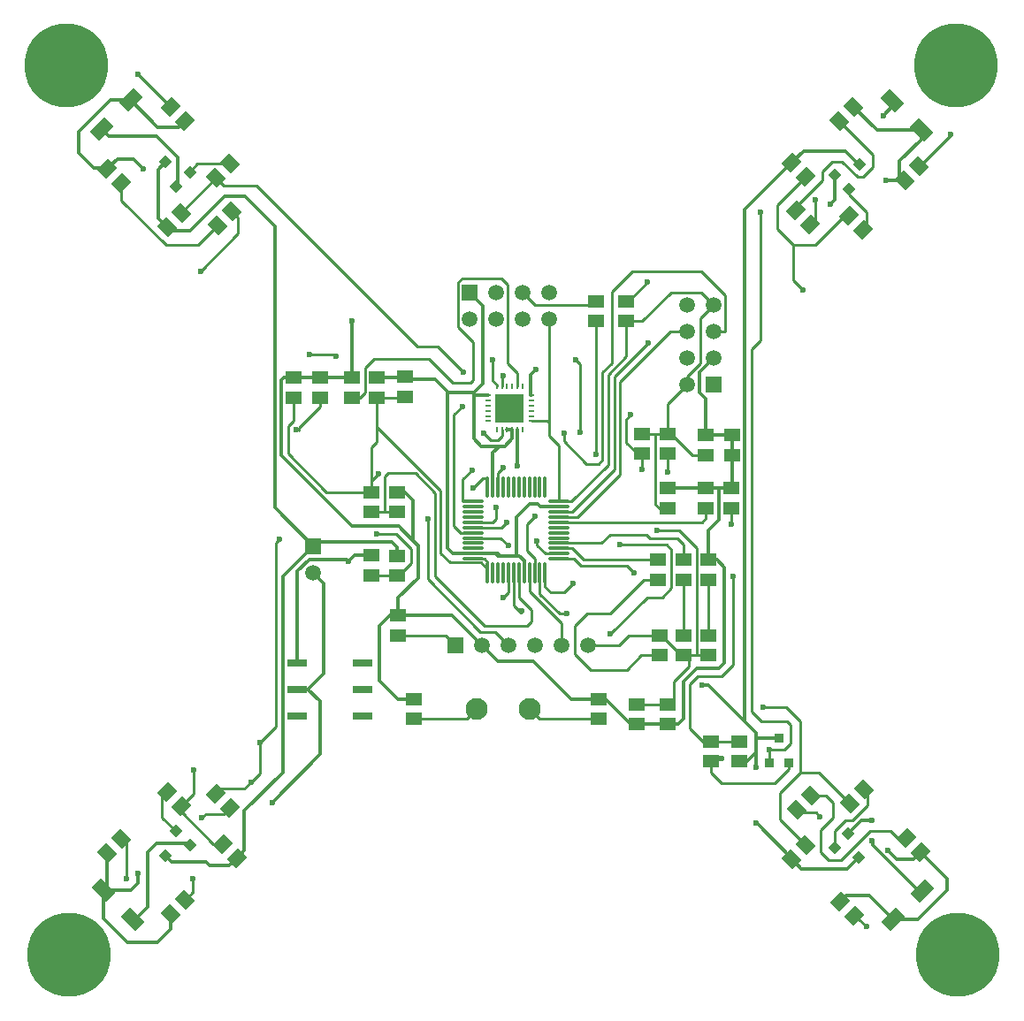
<source format=gtl>
%FSLAX25Y25*%
%MOIN*%
G70*
G01*
G75*
G04 Layer_Physical_Order=1*
G04 Layer_Color=255*
G04:AMPARAMS|DCode=10|XSize=78.74mil|YSize=47.24mil|CornerRadius=0mil|HoleSize=0mil|Usage=FLASHONLY|Rotation=45.000|XOffset=0mil|YOffset=0mil|HoleType=Round|Shape=Rectangle|*
%AMROTATEDRECTD10*
4,1,4,-0.01114,-0.04454,-0.04454,-0.01114,0.01114,0.04454,0.04454,0.01114,-0.01114,-0.04454,0.0*
%
%ADD10ROTATEDRECTD10*%

G04:AMPARAMS|DCode=11|XSize=78.74mil|YSize=47.24mil|CornerRadius=0mil|HoleSize=0mil|Usage=FLASHONLY|Rotation=315.000|XOffset=0mil|YOffset=0mil|HoleType=Round|Shape=Rectangle|*
%AMROTATEDRECTD11*
4,1,4,-0.04454,0.01114,-0.01114,0.04454,0.04454,-0.01114,0.01114,-0.04454,-0.04454,0.01114,0.0*
%
%ADD11ROTATEDRECTD11*%

%ADD12O,0.01181X0.08268*%
%ADD13O,0.08268X0.01181*%
G04:AMPARAMS|DCode=14|XSize=59.06mil|YSize=51.18mil|CornerRadius=0mil|HoleSize=0mil|Usage=FLASHONLY|Rotation=45.000|XOffset=0mil|YOffset=0mil|HoleType=Round|Shape=Rectangle|*
%AMROTATEDRECTD14*
4,1,4,-0.00278,-0.03897,-0.03897,-0.00278,0.00278,0.03897,0.03897,0.00278,-0.00278,-0.03897,0.0*
%
%ADD14ROTATEDRECTD14*%

G04:AMPARAMS|DCode=15|XSize=35.43mil|YSize=37.4mil|CornerRadius=0mil|HoleSize=0mil|Usage=FLASHONLY|Rotation=45.000|XOffset=0mil|YOffset=0mil|HoleType=Round|Shape=Rectangle|*
%AMROTATEDRECTD15*
4,1,4,0.00070,-0.02575,-0.02575,0.00070,-0.00070,0.02575,0.02575,-0.00070,0.00070,-0.02575,0.0*
%
%ADD15ROTATEDRECTD15*%

G04:AMPARAMS|DCode=16|XSize=35.43mil|YSize=37.4mil|CornerRadius=0mil|HoleSize=0mil|Usage=FLASHONLY|Rotation=45.000|XOffset=0mil|YOffset=0mil|HoleType=Round|Shape=Rectangle|*
%AMROTATEDRECTD16*
4,1,4,0.00070,-0.02575,-0.02575,0.00070,-0.00070,0.02575,0.02575,-0.00070,0.00070,-0.02575,0.0*
%
%ADD16ROTATEDRECTD16*%

G04:AMPARAMS|DCode=17|XSize=59.06mil|YSize=51.18mil|CornerRadius=0mil|HoleSize=0mil|Usage=FLASHONLY|Rotation=135.000|XOffset=0mil|YOffset=0mil|HoleType=Round|Shape=Rectangle|*
%AMROTATEDRECTD17*
4,1,4,0.03897,-0.00278,0.00278,-0.03897,-0.03897,0.00278,-0.00278,0.03897,0.03897,-0.00278,0.0*
%
%ADD17ROTATEDRECTD17*%

G04:AMPARAMS|DCode=18|XSize=35.43mil|YSize=37.4mil|CornerRadius=0mil|HoleSize=0mil|Usage=FLASHONLY|Rotation=135.000|XOffset=0mil|YOffset=0mil|HoleType=Round|Shape=Rectangle|*
%AMROTATEDRECTD18*
4,1,4,0.02575,0.00070,-0.00070,-0.02575,-0.02575,-0.00070,0.00070,0.02575,0.02575,0.00070,0.0*
%
%ADD18ROTATEDRECTD18*%

G04:AMPARAMS|DCode=19|XSize=35.43mil|YSize=37.4mil|CornerRadius=0mil|HoleSize=0mil|Usage=FLASHONLY|Rotation=135.000|XOffset=0mil|YOffset=0mil|HoleType=Round|Shape=Rectangle|*
%AMROTATEDRECTD19*
4,1,4,0.02575,0.00070,-0.00070,-0.02575,-0.02575,-0.00070,0.00070,0.02575,0.02575,0.00070,0.0*
%
%ADD19ROTATEDRECTD19*%

%ADD20R,0.07480X0.02756*%
%ADD21O,0.02362X0.00984*%
%ADD22O,0.00984X0.02362*%
%ADD23R,0.11024X0.10630*%
%ADD24R,0.05906X0.05118*%
%ADD25R,0.03543X0.03740*%
%ADD26R,0.03543X0.03740*%
%ADD27C,0.01063*%
%ADD28C,0.01378*%
%ADD29C,0.01181*%
%ADD30C,0.08268*%
%ADD31C,0.05906*%
%ADD32R,0.05906X0.05906*%
%ADD33R,0.05906X0.05906*%
%ADD34C,0.31496*%
%ADD35C,0.02362*%
D10*
X222753Y950640D02*
D03*
X233713Y961601D02*
D03*
X532065Y663542D02*
D03*
X521105Y652581D02*
D03*
D11*
X520640Y961247D02*
D03*
X531601Y950287D02*
D03*
X234360Y652753D02*
D03*
X223399Y663713D02*
D03*
D12*
X368173Y783358D02*
D03*
X370142D02*
D03*
X372110Y783358D02*
D03*
X374079D02*
D03*
X376047D02*
D03*
X378016D02*
D03*
X379984D02*
D03*
X381953D02*
D03*
X383921D02*
D03*
X385890D02*
D03*
X387858Y783358D02*
D03*
X389827D02*
D03*
Y815642D02*
D03*
X387858D02*
D03*
X385890Y815642D02*
D03*
X383921D02*
D03*
X381953D02*
D03*
X379984D02*
D03*
X378016D02*
D03*
X376047D02*
D03*
X374079D02*
D03*
X372110D02*
D03*
X370142Y815642D02*
D03*
X368173D02*
D03*
D13*
X395142Y788673D02*
D03*
Y790642D02*
D03*
X395142Y792610D02*
D03*
Y794579D02*
D03*
Y796547D02*
D03*
Y798516D02*
D03*
Y800484D02*
D03*
Y802453D02*
D03*
Y804421D02*
D03*
Y806390D02*
D03*
X395142Y808358D02*
D03*
Y810327D02*
D03*
X362858D02*
D03*
Y808358D02*
D03*
X362858Y806390D02*
D03*
Y804421D02*
D03*
Y802453D02*
D03*
Y800484D02*
D03*
Y798516D02*
D03*
Y796547D02*
D03*
Y794579D02*
D03*
Y792610D02*
D03*
X362858Y790642D02*
D03*
Y788673D02*
D03*
D14*
X230145Y930355D02*
D03*
X224855Y935645D02*
D03*
X248855Y959145D02*
D03*
X254145Y953855D02*
D03*
X252645Y695355D02*
D03*
X247355Y700645D02*
D03*
X268355Y681145D02*
D03*
X273645Y675855D02*
D03*
X265855Y700145D02*
D03*
X271145Y694855D02*
D03*
X489645Y914855D02*
D03*
X484355Y920145D02*
D03*
X488145Y932855D02*
D03*
X482855Y938145D02*
D03*
X504355Y918145D02*
D03*
X509645Y912855D02*
D03*
X506463Y654037D02*
D03*
X501173Y659327D02*
D03*
X526173Y683327D02*
D03*
X531463Y678037D02*
D03*
D15*
X250626Y929084D02*
D03*
X246729Y938271D02*
D03*
X504192Y685098D02*
D03*
X508089Y675911D02*
D03*
D16*
X255916Y934374D02*
D03*
X498902Y679808D02*
D03*
D17*
X252645Y919145D02*
D03*
X247355Y913855D02*
D03*
X265855Y932355D02*
D03*
X271145Y937645D02*
D03*
X230145Y683145D02*
D03*
X224855Y677855D02*
D03*
X254145Y660145D02*
D03*
X248855Y654855D02*
D03*
X271645Y919645D02*
D03*
X266355Y914355D02*
D03*
X530645Y936645D02*
D03*
X525355Y931355D02*
D03*
X500855Y953855D02*
D03*
X506145Y959145D02*
D03*
X487963Y680827D02*
D03*
X482673Y675537D02*
D03*
X504673Y696537D02*
D03*
X509963Y701827D02*
D03*
X484673Y694037D02*
D03*
X489963Y699327D02*
D03*
D18*
X255916Y680626D02*
D03*
X246729Y676729D02*
D03*
X499084Y933374D02*
D03*
X508271Y937271D02*
D03*
D19*
X250626Y685916D02*
D03*
X504374Y928084D02*
D03*
D20*
X296500Y749500D02*
D03*
Y739500D02*
D03*
Y729500D02*
D03*
X321000Y749500D02*
D03*
Y739500D02*
D03*
Y729500D02*
D03*
D21*
X368429Y850421D02*
D03*
Y848453D02*
D03*
Y846484D02*
D03*
Y844516D02*
D03*
Y842547D02*
D03*
Y840579D02*
D03*
X384571D02*
D03*
Y842547D02*
D03*
Y844516D02*
D03*
Y846484D02*
D03*
Y848453D02*
D03*
Y850421D02*
D03*
D22*
X371579Y837429D02*
D03*
X373547D02*
D03*
X375516D02*
D03*
X377484D02*
D03*
X379453D02*
D03*
X381421D02*
D03*
Y853571D02*
D03*
X379453D02*
D03*
X377484D02*
D03*
X375516D02*
D03*
X373547D02*
D03*
X371579D02*
D03*
D23*
X376500Y845500D02*
D03*
D24*
X295000Y857000D02*
D03*
Y849520D02*
D03*
X305000Y857000D02*
D03*
Y849520D02*
D03*
X326500Y857000D02*
D03*
Y849520D02*
D03*
X317000D02*
D03*
Y857000D02*
D03*
X340500Y735740D02*
D03*
Y728260D02*
D03*
X410000D02*
D03*
Y735740D02*
D03*
X334000Y789740D02*
D03*
Y782260D02*
D03*
X324500Y789980D02*
D03*
Y782500D02*
D03*
X450500Y807760D02*
D03*
Y815240D02*
D03*
X460000Y807760D02*
D03*
Y815240D02*
D03*
X426500Y828260D02*
D03*
Y835740D02*
D03*
X436000Y828260D02*
D03*
Y835740D02*
D03*
X324500Y813740D02*
D03*
Y806260D02*
D03*
X334000Y813740D02*
D03*
Y806260D02*
D03*
X452500Y719740D02*
D03*
Y712260D02*
D03*
X463000Y719740D02*
D03*
Y712260D02*
D03*
X450500Y827760D02*
D03*
Y835240D02*
D03*
X436000Y807760D02*
D03*
Y815240D02*
D03*
X334500Y759760D02*
D03*
Y767240D02*
D03*
X337000Y849760D02*
D03*
Y857240D02*
D03*
X420500Y878260D02*
D03*
Y885740D02*
D03*
X409000D02*
D03*
Y878260D02*
D03*
X424500Y726260D02*
D03*
Y733740D02*
D03*
X436000Y726260D02*
D03*
Y733740D02*
D03*
X433000Y759740D02*
D03*
Y752260D02*
D03*
X442000D02*
D03*
Y759740D02*
D03*
X451500Y752260D02*
D03*
Y759740D02*
D03*
X432500Y788240D02*
D03*
Y780760D02*
D03*
X442000Y788240D02*
D03*
Y780760D02*
D03*
X451500Y788240D02*
D03*
Y780760D02*
D03*
X460500Y827760D02*
D03*
Y835240D02*
D03*
D25*
X474260Y711874D02*
D03*
X478000Y721126D02*
D03*
D26*
X481740Y711874D02*
D03*
D27*
X420500Y841200D02*
X422200Y842900D01*
X420500Y832500D02*
Y841200D01*
Y832500D02*
X424740Y828260D01*
X491900Y693000D02*
X493418Y691482D01*
X485710Y693000D02*
X491900D01*
X484673Y694037D02*
X485710Y693000D01*
X450500Y804000D02*
Y807760D01*
X448953Y802453D02*
X450500Y804000D01*
X395142Y802453D02*
X448953D01*
X371000Y761000D02*
X376000Y756000D01*
X365500Y761000D02*
X371000D01*
X345600Y780900D02*
X365500Y761000D01*
X383100Y763500D02*
X384700Y765100D01*
X366900Y763500D02*
X383100D01*
X348500Y781900D02*
X366900Y763500D01*
X348500Y781900D02*
Y813500D01*
X341000Y821000D02*
X348500Y813500D01*
X330836Y821000D02*
X341000D01*
X329500Y819664D02*
X330836Y821000D01*
X329500Y806260D02*
Y819664D01*
X411500Y826000D02*
Y859000D01*
X410000Y824500D02*
X411500Y826000D01*
X405500Y824500D02*
X410000D01*
X397100Y832900D02*
X405500Y824500D01*
X477500Y922211D02*
X488145Y932855D01*
X477500Y913000D02*
Y922211D01*
Y913000D02*
X483500Y907000D01*
X448500Y862500D02*
Y879500D01*
X443500Y857500D02*
X448500Y862500D01*
X443500Y854500D02*
Y857500D01*
X424740Y828260D02*
X426500D01*
X480900Y727500D02*
X482500Y725900D01*
X471300Y727500D02*
X480900D01*
X467681Y731119D02*
X471300Y727500D01*
X460800Y748800D02*
Y781900D01*
X456500Y744500D02*
X460800Y748800D01*
X447500Y744500D02*
X456500D01*
X293000Y828281D02*
Y838719D01*
X305000Y846000D02*
Y849520D01*
X297000Y838000D02*
X305000Y846000D01*
X297000Y837000D02*
Y838000D01*
X293000Y838719D02*
X295000Y840719D01*
X293000Y828281D02*
X307541Y813740D01*
X326500Y838400D02*
X350500Y814400D01*
Y790800D02*
Y814400D01*
Y790800D02*
X354000Y787300D01*
X381000Y768500D02*
Y769000D01*
X380800Y768300D02*
X381000Y768500D01*
X498518Y691018D02*
Y696627D01*
X493818Y686318D02*
X498518Y691018D01*
X493818Y678182D02*
Y686318D01*
X486182Y708182D02*
X493029D01*
X478499Y700499D02*
X486182Y708182D01*
X478499Y690290D02*
Y700499D01*
X444500Y741500D02*
X447500Y744500D01*
X444500Y724600D02*
Y741500D01*
Y724600D02*
X449360Y719740D01*
X439600Y796500D02*
X442000Y794100D01*
X429329Y796500D02*
X439600D01*
X428110Y797719D02*
X429329Y796500D01*
X438500Y742500D02*
X444000Y748000D01*
X438500Y736240D02*
Y742500D01*
X436000Y733740D02*
X438500Y736240D01*
X442000Y752260D02*
X444000Y750260D01*
Y748000D02*
Y750260D01*
X420600Y786000D02*
X423300Y783300D01*
X403500Y786000D02*
X420600D01*
X400827Y788673D02*
X403500Y786000D01*
X395142Y788673D02*
X400827D01*
X404260Y788240D02*
X432500D01*
X399890Y792610D02*
X404260Y788240D01*
X395142Y792610D02*
X399890D01*
X397100Y832900D02*
Y836200D01*
X413700Y824200D02*
Y858200D01*
X399827Y810327D02*
X413700Y824200D01*
X395200Y810327D02*
X399827D01*
X399890Y806390D02*
X416000Y822500D01*
X395142Y806390D02*
X399890D01*
X416000Y822500D02*
Y857350D01*
X428850Y870200D01*
X418000Y855500D02*
X437000Y874500D01*
X418000Y820500D02*
Y855500D01*
X401921Y804421D02*
X418000Y820500D01*
X437000Y874500D02*
X443500D01*
X415000Y862500D02*
Y889500D01*
X411500Y859000D02*
X415000Y862500D01*
X395142Y804421D02*
X401921D01*
X373547Y835047D02*
Y837429D01*
X372000Y833500D02*
X373547Y835047D01*
X369500Y833500D02*
X372000D01*
X366800Y836200D02*
X369500Y833500D01*
X368173Y815642D02*
Y819000D01*
X366300D02*
X368173D01*
X362700Y815400D02*
X366300Y819000D01*
X491600Y907000D02*
X502000Y917400D01*
X483500Y907000D02*
X491600D01*
X483500Y893700D02*
Y907000D01*
Y893700D02*
X487000Y890200D01*
X467681Y867700D02*
X470900Y870919D01*
Y919500D01*
X279000Y704500D02*
X282300Y707800D01*
Y719300D01*
X288500Y725500D02*
Y794800D01*
X282300Y719300D02*
X288500Y725500D01*
X486000Y708000D02*
Y727500D01*
X345600Y780900D02*
Y803600D01*
X389827Y778173D02*
Y783358D01*
Y778173D02*
X392000Y776000D01*
X396900D01*
X395210Y768000D02*
X397900D01*
X387858Y775352D02*
Y783358D01*
Y775352D02*
X395210Y768000D01*
X396900Y776000D02*
X400400Y779500D01*
X383921Y776358D02*
X396000Y764279D01*
X383921Y776358D02*
Y783358D01*
X384700Y765100D02*
Y769300D01*
X379984Y774016D02*
X384700Y769300D01*
X379984Y774016D02*
Y783358D01*
X288500Y794800D02*
X289704Y796004D01*
X333790Y798100D02*
X339500Y792390D01*
Y787100D02*
Y792390D01*
X334660Y782260D02*
X339500Y787100D01*
X407560Y884300D02*
X409000Y885740D01*
X386200Y884300D02*
X407560D01*
X504374Y926000D02*
X511000Y919374D01*
Y914211D02*
Y919374D01*
X509645Y912855D02*
X511000Y914211D01*
X500855Y953855D02*
X513500Y941211D01*
Y936300D02*
Y941211D01*
X509800Y932600D02*
X513500Y936300D01*
X501711Y938500D02*
X507611Y932600D01*
X498000Y938500D02*
X501711D01*
X494250Y934750D02*
X498000Y938500D01*
X494250Y931250D02*
Y934750D01*
X484355Y921355D02*
X494250Y931250D01*
X484355Y920145D02*
Y921355D01*
X491645Y916855D02*
Y924101D01*
X489645Y914855D02*
X491645Y916855D01*
X276500Y702000D02*
X279000Y704500D01*
X267710Y702000D02*
X276500D01*
X265855Y700145D02*
X267710Y702000D01*
X268790Y692500D02*
X271145Y694855D01*
X261900Y692500D02*
X268790D01*
X260500Y691100D02*
X261900Y692500D01*
X264855Y681145D02*
X268355D01*
X252645Y693355D02*
X264855Y681145D01*
X252645Y693355D02*
Y695355D01*
X245500Y691042D02*
X250626Y685916D01*
X245500Y691042D02*
Y698789D01*
X247355Y700645D01*
X247000Y907000D02*
X259000D01*
X230145Y923855D02*
X247000Y907000D01*
X230145Y923855D02*
Y930355D01*
X259000Y907000D02*
X266355Y914355D01*
X271645Y919645D02*
X274000Y917290D01*
Y911247D02*
Y917290D01*
X259887Y897134D02*
X274000Y911247D01*
X280978Y929478D02*
X341655Y868800D01*
X268711Y929500D02*
X280955D01*
X265855Y932355D02*
X268711Y929500D01*
X252645Y919145D02*
X265855Y932355D01*
X322000Y860700D02*
X325300Y864000D01*
X322000Y851520D02*
Y860700D01*
X320000Y849520D02*
X322000Y851520D01*
X370000Y855879D02*
Y863600D01*
Y855879D02*
X371579Y854300D01*
X445240Y827760D02*
X450500D01*
X437260Y835740D02*
X445240Y827760D01*
X436000Y835740D02*
X437260D01*
X431500Y809200D02*
Y835740D01*
Y809200D02*
X432940Y807760D01*
X418000Y793900D02*
X435600D01*
X437500Y792000D01*
Y777700D02*
Y792000D01*
X434000Y774200D02*
X437500Y777700D01*
X401000Y763281D02*
X405719Y768000D01*
X401000Y752700D02*
Y763281D01*
Y752700D02*
X406900Y746800D01*
X482500Y719000D02*
Y725900D01*
X480100Y716600D02*
X482500Y719000D01*
X474260Y716600D02*
X480100D01*
X480800Y732700D02*
X486000Y727500D01*
X472100Y732700D02*
X480800D01*
X511318Y695682D02*
Y700471D01*
X505818Y690182D02*
X511318Y695682D01*
X502902Y690182D02*
X505818D01*
X508182Y652682D02*
X510918Y649946D01*
X506463Y652682D02*
X508182D01*
X506463D02*
Y654037D01*
X498902Y686182D02*
X502902Y690182D01*
X509963Y701827D02*
X511318Y700471D01*
X512318Y686182D02*
X519882D01*
X501318Y675182D02*
X512318Y686182D01*
X496818Y675182D02*
X501318D01*
X493818Y678182D02*
X496818Y675182D01*
X478499Y690290D02*
X487963Y680827D01*
X476366Y704000D02*
X481740Y709374D01*
X456500Y704000D02*
X476366D01*
X452500Y708000D02*
X456500Y704000D01*
X355500Y842900D02*
X358800Y846200D01*
X355500Y801016D02*
Y842900D01*
Y801016D02*
X358000Y798516D01*
X413700Y858200D02*
X420500Y865000D01*
Y878260D01*
X415000Y889500D02*
X422619Y897119D01*
X448681D01*
X421240Y885740D02*
X428500Y893000D01*
X420500Y885740D02*
X421240D01*
X426500Y835740D02*
X436000D01*
X391500Y839700D02*
Y879000D01*
Y834981D02*
Y839700D01*
X395200Y810327D02*
Y831281D01*
X391500Y834981D02*
X395200Y831281D01*
X390621Y840579D02*
X391500Y839700D01*
X326500Y832600D02*
Y838400D01*
X368173Y784800D02*
Y787500D01*
Y783358D02*
Y784800D01*
X324500Y818200D02*
Y830600D01*
Y813740D02*
Y818200D01*
X502000Y917400D02*
X504355D01*
X358800Y810327D02*
Y818700D01*
X420500Y878260D02*
X426500D01*
X437440Y889200D01*
X448800D01*
X453500Y884500D01*
X436000Y847000D02*
X443500Y854500D01*
X436000Y835740D02*
Y847000D01*
X295000Y840719D02*
Y849520D01*
X307541Y813740D02*
X324500D01*
X409000Y828000D02*
Y878260D01*
X371500Y803753D02*
Y808200D01*
X370200Y802453D02*
X371500Y803753D01*
X362858Y802453D02*
X370200D01*
X426060Y752260D02*
X433000D01*
X420600Y746800D02*
X426060Y752260D01*
X406900Y746800D02*
X420600D01*
X405719Y768000D02*
X414359D01*
X427119Y780760D01*
X432500D01*
X467681Y731119D02*
Y867700D01*
X489963Y699327D02*
X495818D01*
X498518Y696627D01*
X519882Y686182D02*
X522737Y683327D01*
X526173D01*
X362858Y796547D02*
X373053D01*
X375900Y793700D01*
X460000Y801700D02*
Y807760D01*
X374000Y774066D02*
X376047Y776113D01*
Y783358D01*
X340500Y728260D02*
X360260D01*
X364000Y732000D01*
X378016Y771084D02*
X380800Y768300D01*
X378016Y771084D02*
Y783358D01*
X387740Y728260D02*
X410000D01*
X384000Y732000D02*
X387740Y728260D01*
X493029Y708182D02*
X504673Y696537D01*
X460700Y782000D02*
X460800Y781900D01*
X449360Y719740D02*
X452500D01*
X373547Y857447D02*
X373900Y857800D01*
X373547Y853571D02*
Y857447D01*
X426500Y822400D02*
Y828260D01*
X373384Y800484D02*
X375300Y802400D01*
X362858Y800484D02*
X373384D01*
X358000Y798516D02*
X362858D01*
X371579Y853571D02*
Y854300D01*
X436000Y821500D02*
Y828260D01*
X428400Y774200D02*
X434000D01*
X414500Y760300D02*
X428400Y774200D01*
X453500Y874500D02*
X457800D01*
Y888000D01*
X448681Y897119D02*
X457800Y888000D01*
X358800Y818700D02*
X362300Y822200D01*
X358800Y810327D02*
X362858D01*
X372110Y815642D02*
Y821210D01*
X374000Y823100D01*
X403000Y836300D02*
Y862100D01*
X401300Y863800D02*
X403000Y862100D01*
X300900Y865700D02*
X310500D01*
X311000Y865200D01*
X447200Y752260D02*
X451500D01*
X442000D02*
X447200D01*
X442000Y788240D02*
Y794100D01*
X414220Y797719D02*
X428110D01*
X411080Y794579D02*
X414220Y797719D01*
X395142Y794579D02*
X411080D01*
X447200Y752260D02*
Y792700D01*
X440500Y799400D02*
X447200Y792700D01*
X431900Y799400D02*
X440500D01*
X504374Y926000D02*
Y928084D01*
X324500Y830600D02*
X326500Y832600D01*
X367000Y788673D02*
X368173Y787500D01*
X362858Y788673D02*
X367000D01*
X396000Y756000D02*
Y764279D01*
X498902Y679808D02*
Y686182D01*
X481740Y709374D02*
Y711874D01*
X452500Y708000D02*
Y712260D01*
X448500Y879500D02*
X453500Y884500D01*
X341655Y868800D02*
X349300D01*
X358900Y859200D01*
X382981Y801781D02*
X385900Y804700D01*
X382981Y791800D02*
Y801781D01*
Y791800D02*
X385890Y788891D01*
Y783358D02*
Y788891D01*
X395142Y810327D02*
X395200D01*
X384571Y840579D02*
X390621D01*
X317000Y849520D02*
X320000D01*
X325300Y864000D02*
X346081D01*
X355081Y855000D01*
X361719D01*
X362719Y856000D01*
Y870481D01*
X357200Y876000D02*
X362719Y870481D01*
X357200Y876000D02*
Y893000D01*
X358600Y894400D01*
X373400D01*
X375800Y892000D01*
Y862453D02*
Y892000D01*
Y862453D02*
X379453Y858800D01*
Y853571D02*
Y858800D01*
X324500Y806260D02*
X334000D01*
X326500Y838400D02*
Y849520D01*
X354000Y787300D02*
X365673D01*
X368173Y784800D01*
X390000Y790642D02*
X395142D01*
X386800Y793842D02*
X390000Y790642D01*
X386800Y793842D02*
Y795519D01*
X326500Y798100D02*
X333790D01*
X334000Y782260D02*
X334660D01*
X257500Y700211D02*
Y709000D01*
X252645Y695355D02*
X257500Y700211D01*
X504355Y917400D02*
Y918145D01*
X507611Y932600D02*
X509800D01*
X542800Y948245D02*
Y948664D01*
X531200Y936645D02*
X542800Y948245D01*
X530645Y936645D02*
X531200D01*
X254145Y660145D02*
X254423D01*
X257200Y662922D01*
Y668100D01*
X248577Y959145D02*
X248855D01*
X236300Y971422D02*
X248577Y959145D01*
X324500Y818200D02*
X327000Y820700D01*
X232145Y668000D02*
Y683145D01*
X474260Y711874D02*
Y716600D01*
X334500Y759760D02*
X352240D01*
X356000Y756000D01*
X381500Y889000D02*
X386200Y884300D01*
X258666Y937645D02*
X271145D01*
X255916Y934895D02*
X258666Y937645D01*
X255916Y934374D02*
Y934895D01*
X432940Y807760D02*
X436000D01*
X421340Y759740D02*
X433000D01*
X417600Y756000D02*
X421340Y759740D01*
X406000Y756000D02*
X417600D01*
X441180Y752260D02*
X442000D01*
X433700Y759740D02*
X441180Y752260D01*
X433000Y759740D02*
X433700D01*
X424500Y733740D02*
X436000D01*
X326500Y849520D02*
X337000D01*
X442000Y759740D02*
Y780760D01*
X451500Y759740D02*
Y780760D01*
X324500Y782500D02*
X334000D01*
X452500Y719740D02*
X463000D01*
D28*
X306500Y745500D02*
Y779500D01*
X300500Y739500D02*
X306500Y745500D01*
X296500Y739500D02*
X300500D01*
X354760Y767240D02*
X366000Y756000D01*
X334500Y767240D02*
X354760D01*
X243814Y951500D02*
X251789D01*
X233713Y961601D02*
X243814Y951500D01*
X460500Y815740D02*
Y827760D01*
X460000Y815240D02*
X460500Y815740D01*
X455500Y803500D02*
Y815000D01*
X451500Y799500D02*
X455500Y803500D01*
X451500Y788240D02*
Y799500D01*
X469500Y715700D02*
Y723000D01*
X451300Y741200D02*
X469500Y723000D01*
X449000Y741200D02*
X451300D01*
X387100Y809400D02*
X388142Y808358D01*
X384000Y809400D02*
X387100D01*
X372584Y831100D02*
X374600D01*
X457500Y749500D02*
Y785300D01*
X455500Y747500D02*
X457500Y749500D01*
X447000Y747500D02*
X455500D01*
X442000Y742500D02*
X447000Y747500D01*
X334591Y801000D02*
X340122Y795469D01*
X317156Y801000D02*
X334591D01*
X290500Y827656D02*
X317156Y801000D01*
X348261Y856500D02*
X353000Y851761D01*
Y792642D02*
Y851761D01*
Y792642D02*
X355000Y790642D01*
X290500Y856000D02*
X291500Y857000D01*
X290500Y827656D02*
Y856000D01*
X276750Y925250D02*
X288000Y914000D01*
Y808000D02*
Y914000D01*
Y808000D02*
X302500Y793500D01*
X528725Y675300D02*
X531463Y678037D01*
X522500Y675300D02*
X528725D01*
X518918Y678882D02*
X522500Y675300D01*
X234645Y939500D02*
X238500Y935645D01*
X228711Y939500D02*
X234645D01*
X442000Y728260D02*
Y742500D01*
X440000Y726260D02*
X442000Y728260D01*
X385440Y750000D02*
X399700Y735740D01*
X372000Y750000D02*
X385440D01*
X366000Y756000D02*
X372000Y750000D01*
X448000Y859000D02*
X453500Y864500D01*
X448000Y851400D02*
Y859000D01*
Y851400D02*
X450500Y848900D01*
X361500Y889000D02*
X366500Y884000D01*
Y854800D02*
Y884000D01*
X362961Y851261D02*
X366500Y854800D01*
X378981Y804381D02*
X384000Y809400D01*
X378981Y789881D02*
Y804381D01*
X261929Y674500D02*
X263429Y673000D01*
X248958Y674500D02*
X261929D01*
X246729Y676729D02*
X248958Y674500D01*
X465000Y920289D02*
X482855Y938145D01*
X465000Y727500D02*
Y920289D01*
X331900Y795000D02*
X334000Y792900D01*
X304000Y795000D02*
X331900D01*
X302500Y793500D02*
X304000Y795000D01*
X487211Y942500D02*
X502961D01*
X482855Y938145D02*
X487211Y942500D01*
X276500Y693600D02*
X291000Y708100D01*
Y782000D01*
X302500Y793500D01*
X276500Y678711D02*
Y693600D01*
X273645Y675855D02*
X276500Y678711D01*
X286900Y696800D02*
X305000Y714900D01*
X469605Y689105D02*
X483173Y675537D01*
X214000Y949600D02*
X226001Y961601D01*
X214000Y941600D02*
Y949600D01*
Y941600D02*
X219600Y936000D01*
X269000Y925500D02*
X276500D01*
X300500Y739500D02*
X305000Y735000D01*
Y714900D02*
Y735000D01*
X302500Y783500D02*
X306500Y779500D01*
X340122Y795469D02*
X342000Y793591D01*
Y781400D02*
Y793591D01*
X334500Y773900D02*
X342000Y781400D01*
X523500Y938699D02*
X531601Y946800D01*
X523500Y933211D02*
Y938699D01*
Y933211D02*
X525355Y931355D01*
X502961Y942500D02*
X506961Y938500D01*
X412760Y735740D02*
X423000Y725500D01*
X410000Y735740D02*
X412760D01*
X327500Y763300D02*
X331440Y767240D01*
X327500Y742700D02*
Y763300D01*
Y742700D02*
X334460Y735740D01*
X270789Y673000D02*
X273645Y675855D01*
X263429Y673000D02*
X270789D01*
X236300Y666300D02*
Y670100D01*
X233713Y663713D02*
X236300Y666300D01*
X223399Y663713D02*
X233713D01*
X224855Y665169D02*
Y677855D01*
X223399Y663713D02*
X224855Y665169D01*
X256000Y912500D02*
X269000Y925500D01*
X248711Y912500D02*
X256000D01*
X247355Y913855D02*
X248711Y912500D01*
X244000Y917211D02*
X247355Y913855D01*
X244000Y935542D02*
X246729Y938271D01*
X244000Y917211D02*
Y935542D01*
X251789Y951500D02*
X254145Y953855D01*
X224855Y935645D02*
X228711Y939500D01*
X219600Y936000D02*
X225000D01*
X326500Y857000D02*
X336500D01*
X353500Y851261D02*
X362961D01*
X362900Y834000D02*
Y851200D01*
X454560Y788240D02*
X457500Y785300D01*
X512004Y661682D02*
X521105Y652581D01*
X503529Y661682D02*
X512004D01*
X501173Y659327D02*
X503529Y661682D01*
X541318Y663682D02*
Y668182D01*
X530217Y652581D02*
X541318Y663682D01*
X521105Y652581D02*
X530217D01*
X531463Y678037D02*
X541318Y668182D01*
X503860Y671682D02*
X508089Y675911D01*
X486529Y671682D02*
X503860D01*
X483173Y675537D02*
X486529Y671682D01*
X469500Y710000D02*
Y715700D01*
Y721126D02*
X478000D01*
X466060Y712260D02*
X469500Y715700D01*
X506961Y937271D02*
Y938500D01*
X384500Y850421D02*
Y858100D01*
X370142Y828658D02*
X372584Y831100D01*
X378981Y789881D02*
X380072D01*
X372861D02*
X378981D01*
X372081D02*
X372861D01*
X378900Y789800D02*
X378981Y789881D01*
X372861D02*
X372942Y789800D01*
X372100Y790642D02*
X372861Y789881D01*
X340122Y795469D02*
Y810618D01*
X371320Y790642D02*
X372100D01*
X463000Y712260D02*
X466060D01*
X518353Y931355D02*
X525355D01*
X334000Y813740D02*
X337000D01*
X340122Y810618D01*
X334500Y767240D02*
Y773900D01*
X337000Y856500D02*
X348261D01*
X291500Y857000D02*
X295000D01*
X531601Y946800D02*
Y950287D01*
X365800Y831100D02*
X372584D01*
X362900Y834000D02*
X365800Y831100D01*
X372942Y789800D02*
X378900D01*
X371320Y790642D02*
X372081Y789881D01*
X380072D02*
X381953Y788000D01*
X436000Y726260D02*
X440000D01*
X451500Y788240D02*
X454560D01*
X362900Y850421D02*
X368429D01*
X248855Y649055D02*
Y654855D01*
X243700Y643900D02*
X248855Y649055D01*
X232400Y643900D02*
X243700D01*
X223399Y652901D02*
X232400Y643900D01*
X223399Y652901D02*
Y663713D01*
X226001Y961601D02*
X233713D01*
X317000Y857000D02*
Y878300D01*
X384500Y850421D02*
X384571D01*
X384500Y858100D02*
X386300Y859900D01*
X334460Y735740D02*
X340500D01*
X331440Y767240D02*
X334500D01*
X506961Y937271D02*
X508271D01*
X399700Y735740D02*
X410000D01*
X506145Y959145D02*
X515002Y950287D01*
X531601D01*
X334000Y789740D02*
Y792900D01*
X450500Y835240D02*
Y848900D01*
X443200Y815240D02*
X450500D01*
X443200Y815240D02*
X443200Y815240D01*
X436000Y815240D02*
X443200D01*
X450500Y815240D02*
X460000D01*
X455400Y835240D02*
X460500D01*
X455400Y835240D02*
X455400Y835240D01*
X450500Y835240D02*
X455400D01*
X460500Y827760D02*
Y835240D01*
X424500Y726260D02*
X436000D01*
X295000Y857000D02*
X305000D01*
X317000D01*
D29*
X251500Y929958D02*
Y940000D01*
X243500Y948000D02*
X251500Y940000D01*
X225393Y948000D02*
X243500D01*
X388142Y808358D02*
X395142D01*
X379453Y823747D02*
Y837429D01*
X377484Y833984D02*
Y837429D01*
X374600Y831100D02*
X377484Y833984D01*
X530639Y663542D02*
X532065D01*
X513418Y680763D02*
Y681982D01*
Y680763D02*
X530639Y663542D01*
X509176Y690082D02*
X513018D01*
X504192Y685098D02*
X509176Y690082D01*
X315100Y788500D02*
X315800Y787800D01*
X300900Y788500D02*
X315100D01*
X296500Y784100D02*
X300900Y788500D01*
X317980Y789980D02*
X324500D01*
X315800Y787800D02*
X317980Y789980D01*
X296500Y749500D02*
Y784100D01*
X243500Y681500D02*
X255916D01*
X240200Y678200D02*
X243500Y681500D01*
X240200Y657480D02*
Y678200D01*
X255916Y680626D02*
Y681500D01*
X235473Y652753D02*
X240200Y657480D01*
X250626Y929084D02*
X251500Y929958D01*
X222753Y950640D02*
X225393Y948000D01*
X362858Y790642D02*
X371320D01*
X499084Y924068D02*
Y933374D01*
X497400Y922384D02*
X499084Y924068D01*
X517300Y955800D02*
X521500Y960000D01*
X513118Y682282D02*
X513418Y681982D01*
X370142Y815642D02*
Y828658D01*
X355000Y790642D02*
X362858D01*
X381953Y783358D02*
Y788000D01*
X234360Y652753D02*
X235473D01*
X375516Y837429D02*
X377484D01*
D30*
X364000Y732000D02*
D03*
X384000D02*
D03*
D31*
X443500Y884500D02*
D03*
Y874500D02*
D03*
Y864500D02*
D03*
Y854500D02*
D03*
X453500Y884500D02*
D03*
Y874500D02*
D03*
Y864500D02*
D03*
X366000Y756000D02*
D03*
X376000D02*
D03*
X386000D02*
D03*
X396000D02*
D03*
X406000D02*
D03*
X361500Y879000D02*
D03*
X371500D02*
D03*
Y889000D02*
D03*
X381500Y879000D02*
D03*
Y889000D02*
D03*
X391500Y879000D02*
D03*
Y889000D02*
D03*
X302500Y783500D02*
D03*
D32*
X453500Y854500D02*
D03*
X302500Y793500D02*
D03*
D33*
X356000Y756000D02*
D03*
X361500Y889000D02*
D03*
D34*
X209318Y974682D02*
D03*
X544682D02*
D03*
X210318Y639318D02*
D03*
X545500Y639500D02*
D03*
D35*
X409000Y828000D02*
D03*
X381000Y769000D02*
D03*
X370000Y863600D02*
D03*
X373900Y857800D02*
D03*
X469500Y689000D02*
D03*
X456500Y713500D02*
D03*
X469500Y710000D02*
D03*
X428500Y893000D02*
D03*
X449000Y741200D02*
D03*
X518918Y678882D02*
D03*
X518353Y931355D02*
D03*
X286900Y696800D02*
D03*
X236300Y670100D02*
D03*
X371500Y808200D02*
D03*
X379453Y823747D02*
D03*
X296000Y837500D02*
D03*
X289704Y796004D02*
D03*
X282300Y719300D02*
D03*
X259887Y897134D02*
D03*
X491645Y924101D02*
D03*
X470900Y919500D02*
D03*
X510918Y649946D02*
D03*
X497400Y922384D02*
D03*
X517300Y955800D02*
D03*
X375900Y793700D02*
D03*
X460000Y801700D02*
D03*
X374000Y774066D02*
D03*
X400400Y779500D02*
D03*
X472100Y732700D02*
D03*
X460700Y782000D02*
D03*
X423300Y783300D02*
D03*
X487000Y890200D02*
D03*
X422200Y842900D02*
D03*
X345600Y803600D02*
D03*
X426500Y822400D02*
D03*
X375300Y802400D02*
D03*
X358800Y846200D02*
D03*
X436000Y821500D02*
D03*
X418000Y793900D02*
D03*
X414500Y760300D02*
D03*
X397100Y836200D02*
D03*
X362300Y822200D02*
D03*
X374000Y823100D02*
D03*
X403000Y836300D02*
D03*
X401300Y863800D02*
D03*
X428850Y870200D02*
D03*
X513018Y690082D02*
D03*
X513118Y682282D02*
D03*
X493418Y691482D02*
D03*
X300900Y865700D02*
D03*
X311000Y865200D02*
D03*
X431900Y799400D02*
D03*
X362700Y815400D02*
D03*
X238500Y935645D02*
D03*
X315800Y787800D02*
D03*
X358900Y859200D02*
D03*
X385900Y804700D02*
D03*
X386800Y795519D02*
D03*
X326500Y798100D02*
D03*
X397900Y768000D02*
D03*
X257500Y709000D02*
D03*
X279000Y704500D02*
D03*
X542800Y948664D02*
D03*
X257200Y668100D02*
D03*
X260500Y691100D02*
D03*
X236300Y971422D02*
D03*
X327000Y820700D02*
D03*
X317000Y878300D02*
D03*
X366800Y836200D02*
D03*
X386300Y859900D02*
D03*
X232145Y668000D02*
D03*
X474260Y716600D02*
D03*
X374138Y847862D02*
D03*
X378862D02*
D03*
X374138Y843138D02*
D03*
X378862D02*
D03*
M02*

</source>
